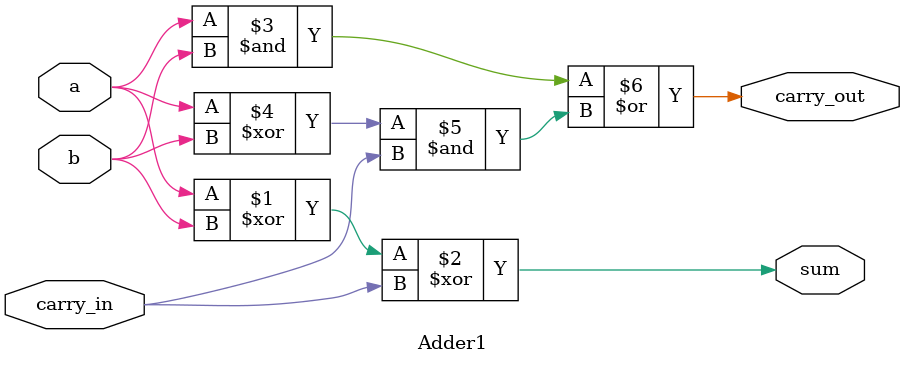
<source format=v>
`timescale 1ns / 1ps


module Adder32(
    input [31:0] a,
    input [31:0] b,
    output [31:0] sum,
    output carry_out
    );
    wire carry_out_in [30:0];
    Adder1 add0(a[0], b[0], 0, carry_out_in[0], sum[0]);
    Adder1 add1(a[1], b[1], carry_out_in[0], carry_out_in[1], sum[1]);
    Adder1 add2(a[2], b[2], carry_out_in[1], carry_out_in[2], sum[2]);
    Adder1 add3(a[3], b[3], carry_out_in[2], carry_out_in[3], sum[3]);
    Adder1 add4(a[4], b[4], carry_out_in[3], carry_out_in[4], sum[4]);
    Adder1 add5(a[5], b[5], carry_out_in[4], carry_out_in[5], sum[5]);
    Adder1 add6(a[6], b[6], carry_out_in[5], carry_out_in[6], sum[6]);
    Adder1 add7(a[7], b[7], carry_out_in[6], carry_out_in[7], sum[7]);
    Adder1 add8(a[8], b[8], carry_out_in[7], carry_out_in[8], sum[8]);
    Adder1 add9(a[9], b[9], carry_out_in[8], carry_out_in[9], sum[9]);
    Adder1 add10(a[10], b[10], carry_out_in[9], carry_out_in[10], sum[10]);
    Adder1 add11(a[11], b[11], carry_out_in[10], carry_out_in[11], sum[11]);
    Adder1 add12(a[12], b[12], carry_out_in[11], carry_out_in[12], sum[12]);
    Adder1 add13(a[13], b[13], carry_out_in[12], carry_out_in[13], sum[13]);
    Adder1 add14(a[14], b[14], carry_out_in[13], carry_out_in[14], sum[14]);
    Adder1 add15(a[15], b[15], carry_out_in[14], carry_out_in[15], sum[15]);
    Adder1 add16(a[16], b[16], carry_out_in[15], carry_out_in[16], sum[16]);
    Adder1 add17(a[17], b[17], carry_out_in[16], carry_out_in[17], sum[17]);
    Adder1 add18(a[18], b[18], carry_out_in[17], carry_out_in[18], sum[18]);
    Adder1 add19(a[19], b[19], carry_out_in[18], carry_out_in[19], sum[19]);
    Adder1 add20(a[20], b[20], carry_out_in[19], carry_out_in[20], sum[20]);
    Adder1 add21(a[21], b[21], carry_out_in[20], carry_out_in[21], sum[21]);
    Adder1 add22(a[22], b[22], carry_out_in[21], carry_out_in[22], sum[22]);
    Adder1 add23(a[23], b[23], carry_out_in[22], carry_out_in[23], sum[23]);
    Adder1 add24(a[24], b[24], carry_out_in[23], carry_out_in[24], sum[24]);
    Adder1 add25(a[25], b[25], carry_out_in[24], carry_out_in[25], sum[25]);
    Adder1 add26(a[26], b[26], carry_out_in[25], carry_out_in[26], sum[26]);
    Adder1 add27(a[27], b[27], carry_out_in[26], carry_out_in[27], sum[27]);
    Adder1 add28(a[28], b[28], carry_out_in[27], carry_out_in[28], sum[28]);
    Adder1 add29(a[29], b[29], carry_out_in[28], carry_out_in[29], sum[29]);
    Adder1 add30(a[30], b[30], carry_out_in[29], carry_out_in[30], sum[30]);
    Adder1 add31(a[31], b[31], carry_out_in[30], carry_out, sum[31]);
endmodule
module Adder1(
    input a,
    input b,
    input carry_in,
    output carry_out,
    output sum
);
    assign sum = a ^ b ^ carry_in;
    assign carry_out = a & b | (a ^ b) & carry_in;
endmodule
</source>
